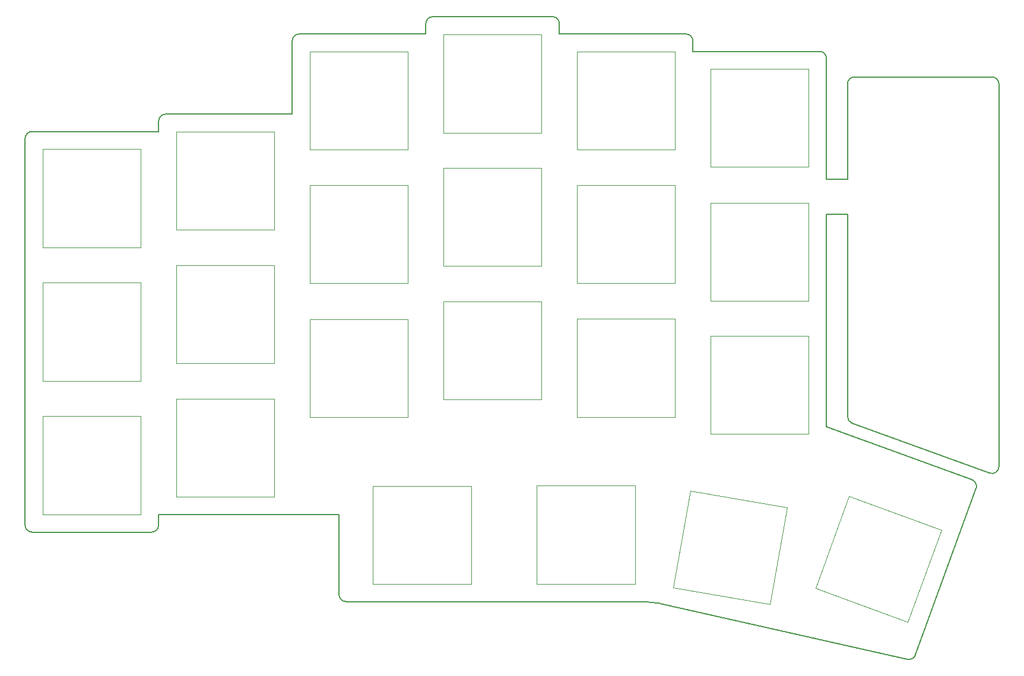
<source format=gbr>
%TF.GenerationSoftware,KiCad,Pcbnew,(5.1.10)-1*%
%TF.CreationDate,2021-08-29T08:27:15+09:00*%
%TF.ProjectId,top_pcb,746f705f-7063-4622-9e6b-696361645f70,rev?*%
%TF.SameCoordinates,Original*%
%TF.FileFunction,Profile,NP*%
%FSLAX46Y46*%
G04 Gerber Fmt 4.6, Leading zero omitted, Abs format (unit mm)*
G04 Created by KiCad (PCBNEW (5.1.10)-1) date 2021-08-29 08:27:15*
%MOMM*%
%LPD*%
G01*
G04 APERTURE LIST*
%TA.AperFunction,Profile*%
%ADD10C,0.200000*%
%TD*%
%TA.AperFunction,Profile*%
%ADD11C,0.120000*%
%TD*%
G04 APERTURE END LIST*
D10*
X112877600Y-21069300D02*
X130924792Y-21071710D01*
X108204794Y-99814670D02*
X143479197Y-107780983D01*
X155185980Y-81233693D02*
X135582005Y-74098430D01*
X134924763Y-25722094D02*
X134924026Y-39338911D01*
X131923584Y-44338911D02*
X131921945Y-74621412D01*
X135924763Y-24722148D02*
X155528000Y-24722148D01*
X144639100Y-107147550D02*
G75*
G02*
X143479197Y-107780983I-939693J342020D01*
G01*
X131924790Y-22071763D02*
X131923855Y-39338911D01*
X134924546Y-44338911D02*
X134922985Y-73158737D01*
X152665482Y-82171442D02*
G75*
G02*
X153263155Y-83453155I-342020J-939693D01*
G01*
X156528000Y-80294000D02*
X156528000Y-25722148D01*
X134924763Y-25722094D02*
G75*
G02*
X135924763Y-24722148I1000000J-54D01*
G01*
X130924791Y-21071709D02*
G75*
G02*
X131924790Y-22071763I-1J-1000000D01*
G01*
X131923584Y-44338911D02*
X134924546Y-44338911D01*
X131923855Y-39338911D02*
X134924026Y-39338911D01*
X155528000Y-24722148D02*
G75*
G02*
X156528000Y-25722148I0J-1000000D01*
G01*
X152665483Y-82171443D02*
X131921945Y-74621412D01*
X135582006Y-74098430D02*
G75*
G02*
X134924026Y-73158737I342020J939693D01*
G01*
X144639100Y-107147551D02*
X153263155Y-83453155D01*
X156528000Y-80294000D02*
G75*
G02*
X155185980Y-81233693I-1000000J0D01*
G01*
X17627600Y-33499300D02*
X17627601Y-88649300D01*
X17627600Y-33499300D02*
G75*
G02*
X18627600Y-32499300I1000000J0D01*
G01*
X36677600Y-88649300D02*
X36677600Y-87172800D01*
X62395100Y-87172800D02*
X62395100Y-98556177D01*
X36677600Y-87172800D02*
X55727599Y-87172800D01*
X35677600Y-89649301D02*
X18627600Y-89649301D01*
X55727600Y-19592800D02*
X55727599Y-30022800D01*
X74777600Y-18592800D02*
X56727600Y-18592800D01*
X55727599Y-87172800D02*
X62395100Y-87172800D01*
X93827600Y-18592800D02*
X93827600Y-17116300D01*
X93827600Y-18592800D02*
X111877600Y-18592800D01*
X55727599Y-30022800D02*
X37677600Y-30022800D01*
X92827600Y-16116300D02*
G75*
G02*
X93827600Y-17116300I0J-1000000D01*
G01*
X36677599Y-31022799D02*
G75*
G02*
X37677600Y-30022800I1000000J-1D01*
G01*
X18627601Y-89649300D02*
G75*
G02*
X17627601Y-88649300I0J1000000D01*
G01*
X36677600Y-32499300D02*
X36677599Y-31022800D01*
X55727599Y-19592799D02*
G75*
G02*
X56727600Y-18592800I1000000J-1D01*
G01*
X63394223Y-99556177D02*
G75*
G02*
X62395100Y-98556177I877J1000000D01*
G01*
X74777599Y-17116299D02*
G75*
G02*
X75777600Y-16116300I1000000J-1D01*
G01*
X111877600Y-18592800D02*
G75*
G02*
X112877600Y-19592800I0J-1000000D01*
G01*
X112877600Y-21069300D02*
X112877600Y-19592800D01*
X36677600Y-32499300D02*
X18627600Y-32499300D01*
X63394222Y-99556177D02*
X106230792Y-99593745D01*
X36677601Y-88649300D02*
G75*
G02*
X35677600Y-89649301I-1000001J0D01*
G01*
X74777600Y-18592800D02*
X74777600Y-17116300D01*
X92827600Y-16116301D02*
X75777600Y-16116300D01*
X106230792Y-99593744D02*
G75*
G02*
X108204794Y-99814670I-7893J-8999996D01*
G01*
D11*
%TO.C,SW7*%
X72227200Y-21092400D02*
X58227200Y-21092400D01*
X72227200Y-35092400D02*
X72227200Y-21092400D01*
X58227200Y-35092400D02*
X72227200Y-35092400D01*
X58227200Y-21092400D02*
X58227200Y-35092400D01*
%TO.C,SW10*%
X67244200Y-97042600D02*
X81244200Y-97042600D01*
X67244200Y-83042600D02*
X67244200Y-97042600D01*
X81244200Y-83042600D02*
X67244200Y-83042600D01*
X81244200Y-97042600D02*
X81244200Y-83042600D01*
%TO.C,SW22*%
X143527907Y-102469589D02*
X148316189Y-89313893D01*
X130372211Y-97681307D02*
X143527907Y-102469589D01*
X135160493Y-84525611D02*
X130372211Y-97681307D01*
X148316189Y-89313893D02*
X135160493Y-84525611D01*
%TO.C,SW9*%
X72227200Y-59294000D02*
X58227200Y-59294000D01*
X72227200Y-73294000D02*
X72227200Y-59294000D01*
X58227200Y-73294000D02*
X72227200Y-73294000D01*
X58227200Y-59294000D02*
X58227200Y-73294000D01*
%TO.C,SW4*%
X53177200Y-32522400D02*
X39177200Y-32522400D01*
X53177200Y-46522400D02*
X53177200Y-32522400D01*
X39177200Y-46522400D02*
X53177200Y-46522400D01*
X39177200Y-32522400D02*
X39177200Y-46522400D01*
%TO.C,SW21*%
X129377200Y-61656200D02*
X115377200Y-61656200D01*
X129377200Y-75656200D02*
X129377200Y-61656200D01*
X115377200Y-75656200D02*
X129377200Y-75656200D01*
X115377200Y-61656200D02*
X115377200Y-75656200D01*
%TO.C,SW13*%
X91277200Y-56754000D02*
X77277200Y-56754000D01*
X91277200Y-70754000D02*
X91277200Y-56754000D01*
X77277200Y-70754000D02*
X91277200Y-70754000D01*
X77277200Y-56754000D02*
X77277200Y-70754000D01*
%TO.C,SW16*%
X110327200Y-40167800D02*
X96327200Y-40167800D01*
X110327200Y-54167800D02*
X110327200Y-40167800D01*
X96327200Y-54167800D02*
X110327200Y-54167800D01*
X96327200Y-40167800D02*
X96327200Y-54167800D01*
%TO.C,SW8*%
X72227200Y-40167800D02*
X58227200Y-40167800D01*
X72227200Y-54167800D02*
X72227200Y-40167800D01*
X58227200Y-54167800D02*
X72227200Y-54167800D01*
X58227200Y-40167800D02*
X58227200Y-54167800D01*
%TO.C,SW5*%
X53177200Y-51597800D02*
X39177200Y-51597800D01*
X53177200Y-65597800D02*
X53177200Y-51597800D01*
X39177200Y-65597800D02*
X53177200Y-65597800D01*
X39177200Y-51597800D02*
X39177200Y-65597800D01*
%TO.C,SW12*%
X91277200Y-37704000D02*
X77277200Y-37704000D01*
X91277200Y-51704000D02*
X91277200Y-37704000D01*
X77277200Y-51704000D02*
X91277200Y-51704000D01*
X77277200Y-37704000D02*
X77277200Y-51704000D01*
%TO.C,SW14*%
X90612200Y-97017600D02*
X104612200Y-97017600D01*
X90612200Y-83017600D02*
X90612200Y-97017600D01*
X104612200Y-83017600D02*
X90612200Y-83017600D01*
X104612200Y-97017600D02*
X104612200Y-83017600D01*
%TO.C,SW11*%
X91277200Y-18679400D02*
X77277200Y-18679400D01*
X91277200Y-32679400D02*
X91277200Y-18679400D01*
X77277200Y-32679400D02*
X91277200Y-32679400D01*
X77277200Y-18679400D02*
X77277200Y-32679400D01*
%TO.C,SW19*%
X129377200Y-23530800D02*
X115377200Y-23530800D01*
X129377200Y-37530800D02*
X129377200Y-23530800D01*
X115377200Y-37530800D02*
X129377200Y-37530800D01*
X115377200Y-23530800D02*
X115377200Y-37530800D01*
%TO.C,SW15*%
X110327200Y-21117800D02*
X96327200Y-21117800D01*
X110327200Y-35117800D02*
X110327200Y-21117800D01*
X96327200Y-35117800D02*
X110327200Y-35117800D01*
X96327200Y-21117800D02*
X96327200Y-35117800D01*
%TO.C,SW20*%
X129377200Y-42657000D02*
X115377200Y-42657000D01*
X129377200Y-56657000D02*
X129377200Y-42657000D01*
X115377200Y-56657000D02*
X129377200Y-56657000D01*
X115377200Y-42657000D02*
X115377200Y-56657000D01*
%TO.C,SW17*%
X110327200Y-59243200D02*
X96327200Y-59243200D01*
X110327200Y-73243200D02*
X110327200Y-59243200D01*
X96327200Y-73243200D02*
X110327200Y-73243200D01*
X96327200Y-59243200D02*
X96327200Y-73243200D01*
%TO.C,SW6*%
X53177200Y-70622400D02*
X39177200Y-70622400D01*
X53177200Y-84622400D02*
X53177200Y-70622400D01*
X39177200Y-84622400D02*
X53177200Y-84622400D01*
X39177200Y-70622400D02*
X39177200Y-84622400D01*
%TO.C,SW18*%
X110102008Y-97524717D02*
X123889317Y-99955792D01*
X112533083Y-83737408D02*
X110102008Y-97524717D01*
X126320392Y-86168483D02*
X112533083Y-83737408D01*
X123889317Y-99955792D02*
X126320392Y-86168483D01*
%TO.C,SW3*%
X34127200Y-73111600D02*
X20127200Y-73111600D01*
X34127200Y-87111600D02*
X34127200Y-73111600D01*
X20127200Y-87111600D02*
X34127200Y-87111600D01*
X20127200Y-73111600D02*
X20127200Y-87111600D01*
%TO.C,SW2*%
X34127200Y-54061600D02*
X20127200Y-54061600D01*
X34127200Y-68061600D02*
X34127200Y-54061600D01*
X20127200Y-68061600D02*
X34127200Y-68061600D01*
X20127200Y-54061600D02*
X20127200Y-68061600D01*
%TO.C,SW1*%
X34127200Y-35011600D02*
X20127200Y-35011600D01*
X34127200Y-49011600D02*
X34127200Y-35011600D01*
X20127200Y-49011600D02*
X34127200Y-49011600D01*
X20127200Y-35011600D02*
X20127200Y-49011600D01*
%TD*%
M02*

</source>
